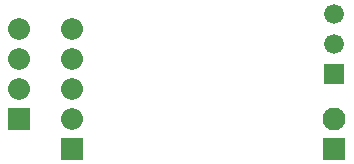
<source format=gbs>
G04 #@! TF.GenerationSoftware,KiCad,Pcbnew,(5.1.5)-3*
G04 #@! TF.CreationDate,2019-12-28T17:54:17-06:00*
G04 #@! TF.ProjectId,tymkrs_Cyphercon_2020_IRhack,74796d6b-7273-45f4-9379-70686572636f,V0*
G04 #@! TF.SameCoordinates,Original*
G04 #@! TF.FileFunction,Soldermask,Bot*
G04 #@! TF.FilePolarity,Negative*
%FSLAX46Y46*%
G04 Gerber Fmt 4.6, Leading zero omitted, Abs format (unit mm)*
G04 Created by KiCad (PCBNEW (5.1.5)-3) date 2019-12-28 17:54:17*
%MOMM*%
%LPD*%
G04 APERTURE LIST*
%ADD10O,1.852400X1.852400*%
%ADD11R,1.852400X1.852400*%
%ADD12C,1.952400*%
%ADD13R,1.952400X1.952400*%
%ADD14C,1.676400*%
%ADD15R,1.676400X1.676400*%
G04 APERTURE END LIST*
D10*
X137160000Y-78740000D03*
X137160000Y-81280000D03*
X137160000Y-83820000D03*
D11*
X137160000Y-86360000D03*
D10*
X141605000Y-78740000D03*
X141605000Y-81280000D03*
X141605000Y-83820000D03*
X141605000Y-86360000D03*
D11*
X141605000Y-88900000D03*
D12*
X163830000Y-86360000D03*
D13*
X163830000Y-88900000D03*
D14*
X163830000Y-77470000D03*
X163830000Y-80010000D03*
D15*
X163830000Y-82550000D03*
M02*

</source>
